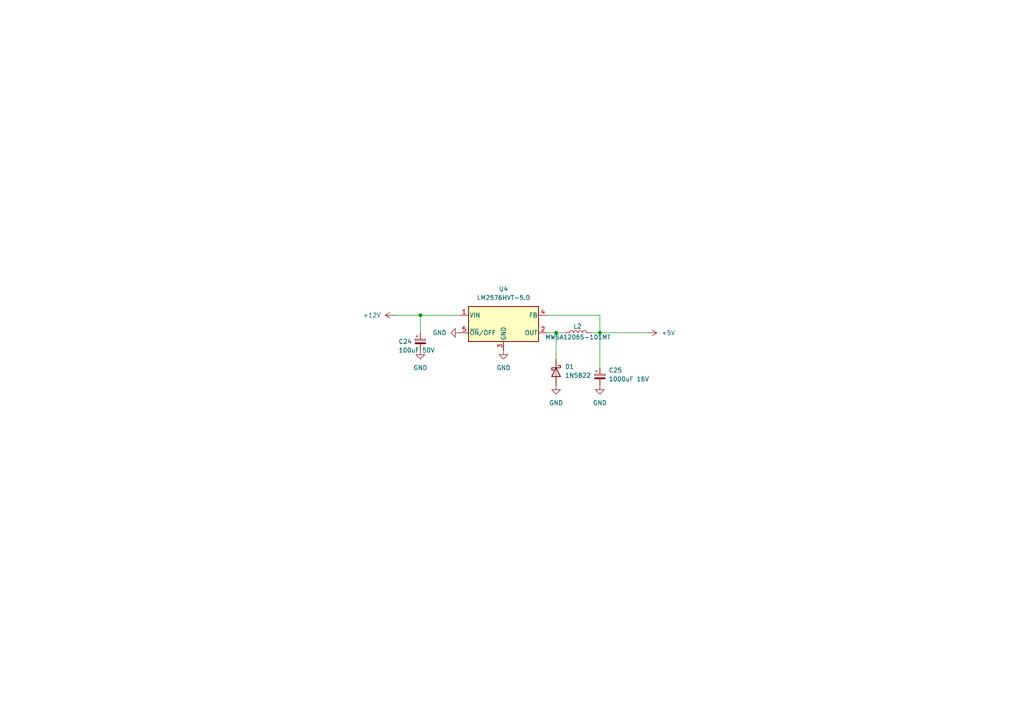
<source format=kicad_sch>
(kicad_sch (version 20230121) (generator eeschema)
  (paper "A4")
  (lib_symbols
    (symbol "Device:C_Polarized_Small" (pin_numbers hide) (pin_names (offset 0.254) hide)
      (property "Reference" "C" (at 0.254 1.778 0))
      (property "Value" "C_Polarized_Small" (at 0.254 -2.032 0))
      (symbol "C_Polarized_Small_0_1"
        (rectangle (start -1.524 -0.3048) (end 1.524 -0.6858) (fill (type outline)))
        (rectangle (start -1.524 0.6858) (end 1.524 0.3048))
        (polyline (pts (xy -1.27 1.524) (xy -0.762 1.524)))
        (polyline (pts (xy -1.016 1.27) (xy -1.016 1.778)))
      )
      (symbol "C_Polarized_Small_1_1"
        (pin passive line (at 0 2.54 270) (length 1.8542) (name "~") (number "1"))
        (pin passive line (at 0 -2.54 90) (length 1.8542) (name "~") (number "2"))
      )
    )
    (symbol "Device:L" (pin_numbers hide) (pin_names (offset 1.016) hide)
      (property "Reference" "L" (at -1.27 0 90))
      (property "Value" "L" (at 1.905 0 90))
      (symbol "L_0_1"
        (arc (start 0 -2.54) (mid 0.6323 -1.905) (end 0 -1.27))
        (arc (start 0 -1.27) (mid 0.6323 -0.635) (end 0 0))
        (arc (start 0 0) (mid 0.6323 0.635) (end 0 1.27))
        (arc (start 0 1.27) (mid 0.6323 1.905) (end 0 2.54))
      )
      (symbol "L_1_1"
        (pin passive line (at 0 3.81 270) (length 1.27) (name "1") (number "1"))
        (pin passive line (at 0 -3.81 90) (length 1.27) (name "2") (number "2"))
      )
    )
    (symbol "Diode:1N5822" (pin_numbers hide) (pin_names (offset 1.016) hide)
      (property "Reference" "D" (at 0 2.54 0))
      (property "Value" "1N5822" (at 0 -2.54 0))
      (symbol "1N5822_0_1"
        (polyline (pts (xy 1.27 0) (xy -1.27 0)))
        (polyline (pts (xy 1.27 1.27) (xy 1.27 -1.27) (xy -1.27 0) (xy 1.27 1.27)) (stroke (width 0.254)))
        (polyline (pts (xy -1.905 0.635) (xy -1.905 1.27) (xy -1.27 1.27) (xy -1.27 -1.27) (xy -0.635 -1.27) (xy -0.635 -0.635)) (stroke (width 0.254)))
      )
      (symbol "1N5822_1_1"
        (pin passive line (at -3.81 0 0) (length 2.54) (name "K") (number "1"))
        (pin passive line (at 3.81 0 180) (length 2.54) (name "A") (number "2"))
      )
    )
    (symbol "Regulator_Switching:LM2576T-5" (pin_names (offset 0.254))
      (property "Reference" "U" (at -10.16 6.35 0))
      (property "Value" "LM2576T-5" (at 0 6.35 0))
      (symbol "LM2576T-5_0_1"
        (rectangle (start -10.16 5.08) (end 10.16 -5.08) (stroke (width 0.254)) (fill (type background)))
      )
      (symbol "LM2576T-5_1_1"
        (pin power_in line (at -12.7 2.54 0) (length 2.54) (name "VIN") (number "1"))
        (pin output line (at 12.7 -2.54 180) (length 2.54) (name "OUT") (number "2"))
        (pin power_in line (at 0 -7.62 90) (length 2.54) (name "GND") (number "3"))
        (pin input line (at 12.7 2.54 180) (length 2.54) (name "FB") (number "4"))
        (pin input line (at -12.7 -2.54 0) (length 2.54) (name "~{ON}/OFF") (number "5"))
      )
    )
    (symbol "power:+12V" (power) (pin_names (offset 0))
      (property "Value" "+12V" (at 0 3.556 0))
      (symbol "+12V_0_1"
        (polyline (pts (xy -0.762 1.27) (xy 0 2.54)))
        (polyline (pts (xy 0 0) (xy 0 2.54)))
        (polyline (pts (xy 0 2.54) (xy 0.762 1.27)))
      )
      (symbol "+12V_1_1"
        (pin power_in line (at 0 0 90) (length 0) hide (name "+12V") (number "1"))
      )
    )
    (symbol "power:+5V" (power) (pin_names (offset 0))
      (property "Value" "+5V" (at 0 3.556 0))
      (symbol "+5V_0_1"
        (polyline (pts (xy -0.762 1.27) (xy 0 2.54)))
        (polyline (pts (xy 0 0) (xy 0 2.54)))
        (polyline (pts (xy 0 2.54) (xy 0.762 1.27)))
      )
      (symbol "+5V_1_1"
        (pin power_in line (at 0 0 90) (length 0) hide (name "+5V") (number "1"))
      )
    )
    (symbol "power:GND" (power) (pin_names (offset 0))
      (property "Value" "GND" (at 0 -3.81 0))
      (symbol "GND_0_1"
        (polyline (pts (xy 0 0) (xy 0 -1.27) (xy 1.27 -1.27) (xy 0 -2.54) (xy -1.27 -1.27) (xy 0 -1.27)))
      )
      (symbol "GND_1_1"
        (pin power_in line (at 0 0 270) (length 0) hide (name "GND") (number "1"))
      )
    )
  )
  (junction (at 161.29 96.52))
  (junction (at 121.92 91.44))
  (junction (at 173.99 96.52))
  (wire (pts (xy 121.92 91.44) (xy 133.35 91.44)))
  (wire (pts (xy 173.99 91.44) (xy 158.75 91.44)))
  (wire (pts (xy 173.99 96.52) (xy 173.99 91.44)))
  (wire (pts (xy 161.29 104.14) (xy 161.29 96.52)))
  (wire (pts (xy 121.92 96.52) (xy 121.92 91.44)))
  (wire (pts (xy 114.3 91.44) (xy 121.92 91.44)))
  (wire (pts (xy 173.99 96.52) (xy 187.96 96.52)))
  (wire (pts (xy 171.45 96.52) (xy 173.99 96.52)))
  (wire (pts (xy 173.99 106.68) (xy 173.99 96.52)))
  (wire (pts (xy 161.29 96.52) (xy 163.83 96.52)))
  (wire (pts (xy 158.75 96.52) (xy 161.29 96.52)))
  (symbol (lib_id "power:GND") (at 121.92 101.6 0) (unit 1)
    (property "Reference" "#PWR059" (effects hide))
    (property "Value" "GND" (at 121.92 106.68 0))
  )
  (symbol (lib_id "Device:C_Polarized_Small") (at 173.99 109.22 0) (unit 1)
    (property "Reference" "C25" (at 176.53 107.4039 0) (effects (justify left)))
    (property "Value" "1000uF 16V" (at 176.53 109.9439 0) (effects (justify left)))
    (property "Footprint" "Capacitor_SMD:C_Elec_10x10.2" (effects hide))
    (property "LCSC" "C280408" (effects hide))
  )
  (symbol (lib_id "Device:L") (at 167.64 96.52 90) (unit 1)
    (property "Reference" "L2" (at 167.4994 94.6694 90))
    (property "Value" "MWSA1206S-101MT" (at 167.64 97.79 90))
    (property "Footprint" "Inductor_SMD:L_Sunlord_MWSA1206S-101" (effects hide))
    (property "LCSC" "C408533" (effects hide))
  )
  (symbol (lib_id "power:+12V") (at 114.3 91.44 90) (unit 1)
    (property "Reference" "#PWR028" (effects hide))
    (property "Value" "+12V" (at 110.49 91.44 90) (effects (justify left)))
  )
  (symbol (lib_id "power:GND") (at 173.99 111.76 0) (unit 1)
    (property "Reference" "#PWR061" (effects hide))
    (property "Value" "GND" (at 173.99 116.84 0))
  )
  (symbol (lib_id "Diode:1N5822") (at 161.29 107.95 270) (unit 1)
    (property "Reference" "D1" (at 163.83 106.3625 90) (effects (justify left)))
    (property "Value" "1N5822" (at 163.83 108.9025 90) (effects (justify left)))
    (property "Footprint" "Diode_THT:D_DO-201AD_P15.24mm_Horizontal" (effects hide))
    (property "Datasheet" "http://www.vishay.com/docs/88526/1n5820.pdf" (effects hide))
    (property "LCSC" "C84619" (effects hide))
  )
  (symbol (lib_id "power:GND") (at 133.35 96.52 270) (unit 1)
    (property "Reference" "#PWR060" (effects hide))
    (property "Value" "GND" (at 129.54 96.52 90) (effects (justify right)))
  )
  (symbol (lib_id "power:+5V") (at 187.96 96.52 270) (unit 1)
    (property "Reference" "#PWR062" (effects hide))
    (property "Value" "+5V" (at 191.77 96.52 90) (effects (justify left)))
  )
  (symbol (lib_id "power:GND") (at 161.29 111.76 0) (unit 1)
    (property "Reference" "#PWR063" (effects hide))
    (property "Value" "GND" (at 161.29 116.84 0))
  )
  (symbol (lib_id "Regulator_Switching:LM2576T-5") (at 146.05 93.98 0) (unit 1)
    (property "Reference" "U4" (at 146.05 83.82 0))
    (property "Value" "LM2576HVT-5.0" (at 146.05 86.36 0))
    (property "Footprint" "Package_TO_SOT_THT:TO-220-5_Vertical" (effects hide))
    (property "Datasheet" "http://www.ti.com/lit/ds/symlink/lm2576.pdf" (effects hide))
    (property "LCSC" "C434577" (effects hide))
  )
  (symbol (lib_id "Device:C_Polarized_Small") (at 121.92 99.06 0) (unit 1)
    (property "Reference" "C24" (at 115.57 99.06 0) (effects (justify left)))
    (property "Value" "100uF 50V" (at 115.57 101.6 0) (effects (justify left)))
    (property "Footprint" "Capacitor_THT:CP_Radial_D8.0mm_P3.50mm" (effects hide))
    (property "LCSC" "C88728" (effects hide))
  )
  (symbol (lib_id "power:GND") (at 146.05 101.6 0) (unit 1)
    (property "Reference" "#PWR027" (effects hide))
    (property "Value" "GND" (at 146.05 106.68 0))
  )
)
</source>
